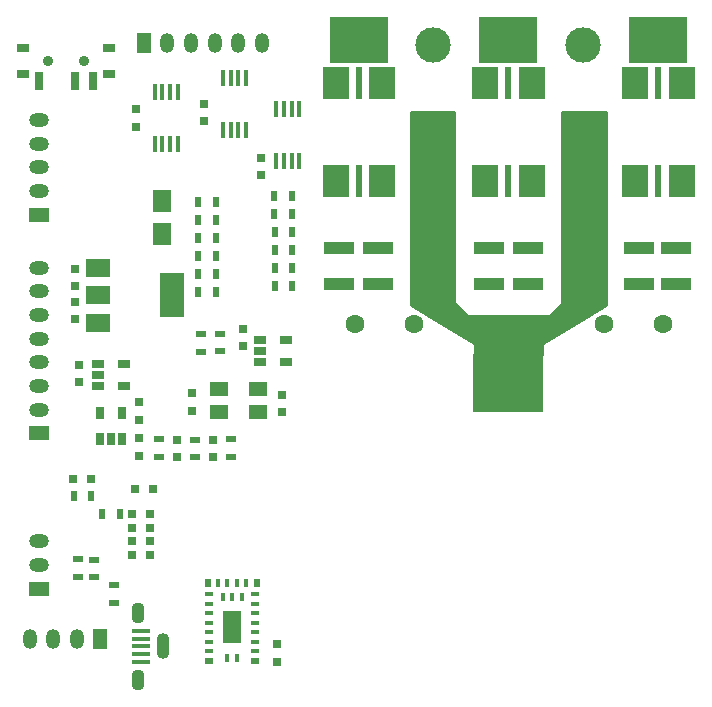
<source format=gbs>
G04 #@! TF.GenerationSoftware,KiCad,Pcbnew,(5.1.5-0)*
G04 #@! TF.CreationDate,2020-04-02T08:13:29+08:00*
G04 #@! TF.ProjectId,VESC_6,56455343-5f36-42e6-9b69-6361645f7063,A*
G04 #@! TF.SameCoordinates,Original*
G04 #@! TF.FileFunction,Soldermask,Bot*
G04 #@! TF.FilePolarity,Negative*
%FSLAX46Y46*%
G04 Gerber Fmt 4.6, Leading zero omitted, Abs format (unit mm)*
G04 Created by KiCad (PCBNEW (5.1.5-0)) date 2020-04-02 08:13:29*
%MOMM*%
%LPD*%
G04 APERTURE LIST*
%ADD10R,1.000000X0.800000*%
%ADD11R,0.700000X1.500000*%
%ADD12C,0.900000*%
%ADD13R,0.797560X0.797560*%
%ADD14O,1.100000X2.200000*%
%ADD15O,1.100000X1.800000*%
%ADD16R,1.500000X0.450000*%
%ADD17R,0.600000X2.700000*%
%ADD18R,2.300000X2.700000*%
%ADD19R,1.500000X1.950000*%
%ADD20R,0.450000X1.450000*%
%ADD21R,2.500000X1.000000*%
%ADD22R,0.900000X0.500000*%
%ADD23R,0.500000X0.900000*%
%ADD24R,0.750000X0.800000*%
%ADD25R,0.800000X0.750000*%
%ADD26C,1.600000*%
%ADD27O,1.699260X1.198880*%
%ADD28R,1.699260X1.198880*%
%ADD29C,3.000000*%
%ADD30O,1.198880X1.699260*%
%ADD31R,1.198880X1.699260*%
%ADD32R,5.000000X4.000000*%
%ADD33R,6.000000X5.000000*%
%ADD34R,0.800000X0.550000*%
%ADD35R,0.550000X0.800000*%
%ADD36R,0.400000X0.800000*%
%ADD37R,0.800000X0.400000*%
%ADD38R,1.500000X2.800000*%
%ADD39R,2.000000X3.800000*%
%ADD40R,2.000000X1.500000*%
%ADD41R,1.060000X0.650000*%
%ADD42R,0.650000X1.060000*%
%ADD43R,1.600000X1.300000*%
%ADD44C,0.254000*%
G04 APERTURE END LIST*
D10*
X116619000Y-60592000D03*
X123919000Y-60592000D03*
X123919000Y-58392000D03*
X116619000Y-58392000D03*
D11*
X122519000Y-61242000D03*
X121019000Y-61242000D03*
X118019000Y-61242000D03*
D12*
X121769000Y-59492000D03*
X118769000Y-59492000D03*
D13*
X125869700Y-101346000D03*
X127368300Y-101346000D03*
X125869700Y-99060000D03*
X127368300Y-99060000D03*
X125869700Y-100203000D03*
X127368300Y-100203000D03*
X127368300Y-97917000D03*
X125869700Y-97917000D03*
D14*
X128519000Y-109100000D03*
D15*
X126369000Y-111900000D03*
X126369000Y-106300000D03*
D16*
X126619000Y-107800000D03*
X126619000Y-110400000D03*
X126619000Y-108450000D03*
X126619000Y-109750000D03*
X126619000Y-109100000D03*
D17*
X145116000Y-69682000D03*
X145116000Y-61382000D03*
D18*
X143166000Y-69682000D03*
X147066000Y-61382000D03*
X147066000Y-69682000D03*
X143166000Y-61382000D03*
D17*
X170434000Y-69682000D03*
X170434000Y-61382000D03*
D18*
X168484000Y-69682000D03*
X172384000Y-61382000D03*
X172384000Y-69682000D03*
X168484000Y-61382000D03*
D17*
X157734000Y-69682000D03*
X157734000Y-61382000D03*
D18*
X155784000Y-69682000D03*
X159684000Y-61382000D03*
X159684000Y-69682000D03*
X155784000Y-61382000D03*
D19*
X128397000Y-71396000D03*
X128397000Y-74146000D03*
D20*
X138090000Y-63586000D03*
X138740000Y-63586000D03*
X139390000Y-63586000D03*
X140040000Y-63586000D03*
X140040000Y-67986000D03*
X139390000Y-67986000D03*
X138740000Y-67986000D03*
X138090000Y-67986000D03*
X135518800Y-65395200D03*
X134868800Y-65395200D03*
X134218800Y-65395200D03*
X133568800Y-65395200D03*
X133568800Y-60995200D03*
X134218800Y-60995200D03*
X134868800Y-60995200D03*
X135518800Y-60995200D03*
X129740300Y-66538200D03*
X129090300Y-66538200D03*
X128440300Y-66538200D03*
X127790300Y-66538200D03*
X127790300Y-62138200D03*
X128440300Y-62138200D03*
X129090300Y-62138200D03*
X129740300Y-62138200D03*
D21*
X143383000Y-78398500D03*
X143383000Y-75398500D03*
X146685000Y-78398500D03*
X146685000Y-75398500D03*
X159385000Y-78398500D03*
X159385000Y-75398500D03*
X156083000Y-78398500D03*
X156083000Y-75398500D03*
X168783000Y-78398500D03*
X168783000Y-75398500D03*
X171958000Y-78398500D03*
X171958000Y-75398500D03*
D22*
X124333000Y-105398000D03*
X124333000Y-103898000D03*
X122682000Y-101739000D03*
X122682000Y-103239000D03*
X121289300Y-101727000D03*
X121289300Y-103227000D03*
D23*
X122416000Y-96329500D03*
X120916000Y-96329500D03*
D22*
X133281000Y-84119000D03*
X133281000Y-82619000D03*
X131684800Y-84130200D03*
X131684800Y-82630200D03*
D23*
X131466500Y-71501000D03*
X132966500Y-71501000D03*
X131466500Y-72961500D03*
X132966500Y-72961500D03*
X131466500Y-74485500D03*
X132966500Y-74485500D03*
X131466500Y-76009500D03*
X132966500Y-76009500D03*
X131466500Y-77533500D03*
X132966500Y-77533500D03*
X131466500Y-79057500D03*
X132966500Y-79057500D03*
X139422000Y-70929500D03*
X137922000Y-70929500D03*
X139421300Y-72466200D03*
X137921300Y-72466200D03*
X139434000Y-73977500D03*
X137934000Y-73977500D03*
X139434000Y-75501500D03*
X137934000Y-75501500D03*
X139434000Y-77025500D03*
X137934000Y-77025500D03*
X139434000Y-78549500D03*
X137934000Y-78549500D03*
D22*
X134239000Y-93028200D03*
X134239000Y-91528200D03*
D24*
X136779000Y-69203000D03*
X136779000Y-67703000D03*
D25*
X122403300Y-94881700D03*
X120903300Y-94881700D03*
D24*
X138557000Y-89269000D03*
X138557000Y-87769000D03*
D25*
X127623000Y-95758000D03*
X126123000Y-95758000D03*
D24*
X130937000Y-87642000D03*
X130937000Y-89142000D03*
X121031000Y-77101000D03*
X121031000Y-78601000D03*
X135255000Y-83681000D03*
X135255000Y-82181000D03*
X131953000Y-63131000D03*
X131953000Y-64631000D03*
X126174500Y-63587500D03*
X126174500Y-65087500D03*
X121031000Y-79895000D03*
X121031000Y-81395000D03*
D26*
X144726000Y-81788000D03*
X149726000Y-81788000D03*
X170842000Y-81788000D03*
X165842000Y-81788000D03*
D27*
X118000000Y-102201520D03*
X118000000Y-100200000D03*
D28*
X118000000Y-104203040D03*
D29*
X151384000Y-58166000D03*
X164084000Y-58166000D03*
D30*
X117182900Y-108458000D03*
X121183400Y-108458000D03*
X119181880Y-108458000D03*
D31*
X123184920Y-108458000D03*
D30*
X136851260Y-58000000D03*
X134849740Y-58000000D03*
X132848220Y-58000000D03*
X128847720Y-58000000D03*
X130849240Y-58000000D03*
D31*
X126846200Y-58000000D03*
D27*
X117983000Y-77045760D03*
X117983000Y-85049300D03*
X117983000Y-89049800D03*
X117983000Y-87048280D03*
D28*
X117983000Y-91051320D03*
D27*
X117983000Y-83045240D03*
X117983000Y-81043720D03*
X117983000Y-79044740D03*
X117983000Y-64545500D03*
X117983000Y-66547020D03*
X117983000Y-70547520D03*
X117983000Y-68546000D03*
D28*
X117983000Y-72549040D03*
D32*
X145114500Y-57785000D03*
X157734000Y-57785000D03*
X170434000Y-57785000D03*
D33*
X157734000Y-86800000D03*
D24*
X132715000Y-91579000D03*
X132715000Y-93079000D03*
X129667000Y-91579000D03*
X129667000Y-93079000D03*
X126492000Y-91452000D03*
X126492000Y-92952000D03*
X138148000Y-108881000D03*
X138148000Y-110381000D03*
X121412000Y-85229000D03*
X121412000Y-86729000D03*
X126492000Y-88404000D03*
X126492000Y-89904000D03*
D23*
X124829000Y-97917000D03*
X123329000Y-97917000D03*
D22*
X131191000Y-91579000D03*
X131191000Y-93079000D03*
X128143000Y-93067000D03*
X128143000Y-91567000D03*
D34*
X132388000Y-110367000D03*
D35*
X132263000Y-103692000D03*
D36*
X133138000Y-103692000D03*
X133938000Y-103692000D03*
X134738000Y-103692000D03*
X135538000Y-103692000D03*
D35*
X136413000Y-103692000D03*
D37*
X136288000Y-104692000D03*
D34*
X136288000Y-110367000D03*
D36*
X134738000Y-110092000D03*
X133938000Y-110092000D03*
X134338000Y-104892000D03*
D37*
X132388000Y-104692000D03*
D36*
X133538000Y-104892000D03*
X135138000Y-104892000D03*
D37*
X132388000Y-105492000D03*
X132388000Y-106292000D03*
X132388000Y-107092000D03*
X132388000Y-107892000D03*
X132388000Y-108692000D03*
X132388000Y-109492000D03*
X136288000Y-105492000D03*
X136288000Y-106292000D03*
X136288000Y-107092000D03*
X136288000Y-107892000D03*
X136288000Y-108692000D03*
X136288000Y-109492000D03*
D38*
X134338000Y-107492000D03*
D39*
X129261000Y-79375000D03*
D40*
X122961000Y-79375000D03*
X122961000Y-77075000D03*
X122961000Y-81675000D03*
D41*
X136695000Y-85024000D03*
X136695000Y-84074000D03*
X136695000Y-83124000D03*
X138895000Y-83124000D03*
X138895000Y-85024000D03*
X122979000Y-87056000D03*
X122979000Y-86106000D03*
X122979000Y-85156000D03*
X125179000Y-85156000D03*
X125179000Y-87056000D03*
D42*
X125029000Y-89324000D03*
X123129000Y-89324000D03*
X123129000Y-91524000D03*
X124079000Y-91524000D03*
X125029000Y-91524000D03*
D43*
X136556000Y-87285320D03*
X133256000Y-87285320D03*
X133256000Y-89285320D03*
X136556000Y-89285320D03*
D44*
G36*
X153162000Y-80010000D02*
G01*
X153164440Y-80034776D01*
X153171667Y-80058601D01*
X153183403Y-80080557D01*
X153199197Y-80099803D01*
X154215197Y-81115803D01*
X154234443Y-81131597D01*
X154256399Y-81143333D01*
X154280224Y-81150560D01*
X154305000Y-81153000D01*
X161163000Y-81153000D01*
X161187776Y-81150560D01*
X161211601Y-81143333D01*
X161233557Y-81131597D01*
X161252803Y-81115803D01*
X162268803Y-80099803D01*
X162284597Y-80080557D01*
X162296333Y-80058601D01*
X162303560Y-80034776D01*
X162306000Y-80010000D01*
X162306000Y-63881000D01*
X165989000Y-63881000D01*
X165989000Y-80192152D01*
X160665783Y-83391144D01*
X160645803Y-83405998D01*
X160629105Y-83424464D01*
X160616331Y-83445833D01*
X160607970Y-83469284D01*
X160604200Y-83500000D01*
X160604200Y-84455000D01*
X154863800Y-84455000D01*
X154863800Y-83500000D01*
X154861360Y-83475224D01*
X154854133Y-83451399D01*
X154842397Y-83429443D01*
X154826603Y-83410197D01*
X154802217Y-83391144D01*
X149479000Y-80192152D01*
X149479000Y-63881000D01*
X153162000Y-63881000D01*
X153162000Y-80010000D01*
G37*
X153162000Y-80010000D02*
X153164440Y-80034776D01*
X153171667Y-80058601D01*
X153183403Y-80080557D01*
X153199197Y-80099803D01*
X154215197Y-81115803D01*
X154234443Y-81131597D01*
X154256399Y-81143333D01*
X154280224Y-81150560D01*
X154305000Y-81153000D01*
X161163000Y-81153000D01*
X161187776Y-81150560D01*
X161211601Y-81143333D01*
X161233557Y-81131597D01*
X161252803Y-81115803D01*
X162268803Y-80099803D01*
X162284597Y-80080557D01*
X162296333Y-80058601D01*
X162303560Y-80034776D01*
X162306000Y-80010000D01*
X162306000Y-63881000D01*
X165989000Y-63881000D01*
X165989000Y-80192152D01*
X160665783Y-83391144D01*
X160645803Y-83405998D01*
X160629105Y-83424464D01*
X160616331Y-83445833D01*
X160607970Y-83469284D01*
X160604200Y-83500000D01*
X160604200Y-84455000D01*
X154863800Y-84455000D01*
X154863800Y-83500000D01*
X154861360Y-83475224D01*
X154854133Y-83451399D01*
X154842397Y-83429443D01*
X154826603Y-83410197D01*
X154802217Y-83391144D01*
X149479000Y-80192152D01*
X149479000Y-63881000D01*
X153162000Y-63881000D01*
X153162000Y-80010000D01*
M02*

</source>
